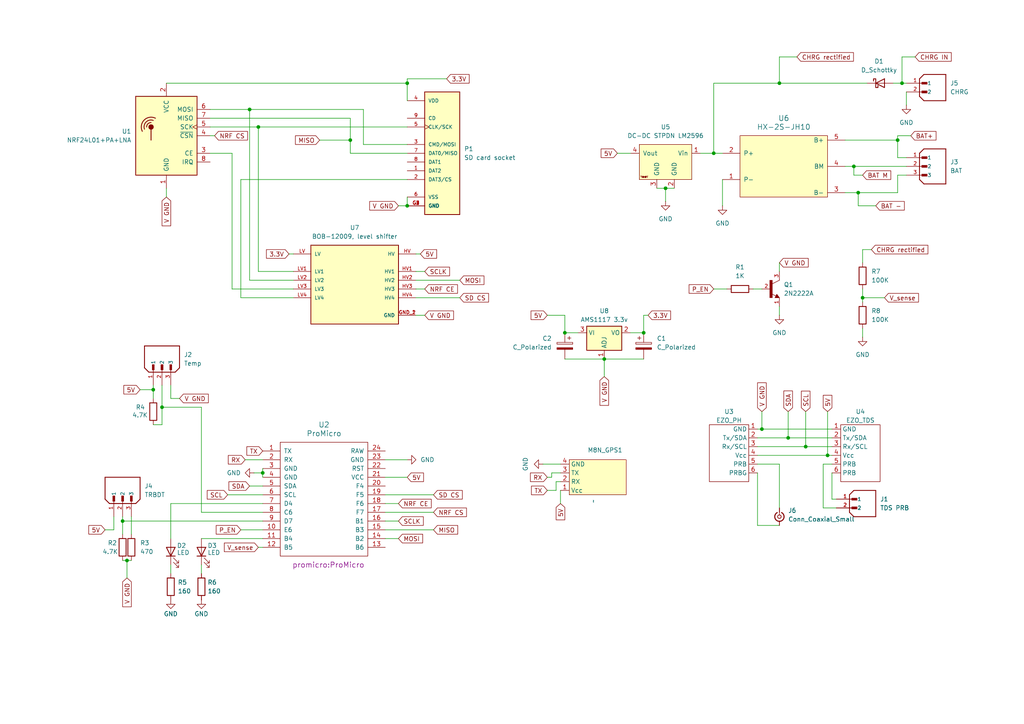
<source format=kicad_sch>
(kicad_sch (version 20231120) (generator "eeschema") (generator_version "8.0")
  (paper "A4")
  (lib_symbols
    (symbol "2N2222A:2N2222A" (pin_names (offset 1.016))
      (property "Reference" "Q" (at -10.16 7.62 0))
      (property "Value" "2N2222A" (at -10.16 -7.62 0))
      (symbol "2N2222A_0_0"
        (rectangle (start -0.254 -2.54) (end 0.508 2.54) (stroke (width 0.1)) (fill (type outline)))
        (polyline (pts (xy 1.54 -2.04) (xy 0.308 -1.424)) (stroke (width 0.1524)))
        (polyline (pts (xy 2.54 2.54) (xy 0.508 1.524)) (stroke (width 0.1524)))
        (polyline (pts (xy 1.27 -2.54) (xy 1.778 -1.524) (xy 2.54 -2.54) (xy 1.27 -2.54)) (stroke (width 0.1524)) (fill (type outline)))
        (pin passive line (at 2.54 -5.08 90) (length 2.54) (name "~") (number "1"))
        (pin passive line (at -2.54 0 0) (length 2.54) (name "~") (number "2"))
        (pin passive line (at 2.54 5.08 270) (length 2.54) (name "~") (number "3"))
      )
    )
    (symbol "B2B-XH-A_LF__SN_:B2B-XH-A_LF__SN_" (pin_names (offset 1.016))
      (property "Reference" "J" (at -2.54 6.35 0))
      (property "Value" "B2B-XH-A_LF__SN_" (at -2.54 -5.08 0))
      (symbol "B2B-XH-A_LF__SN__0_0"
        (rectangle (start -3.175 -0.3175) (end -1.5875 0.3175) (stroke (width 0.1)) (fill (type outline)))
        (rectangle (start -3.175 2.2225) (end -1.5875 2.8575) (stroke (width 0.1)) (fill (type outline)))
        (polyline (pts (xy -3.81 -1.27) (xy -2.54 -2.54)) (stroke (width 0.254)))
        (polyline (pts (xy -3.81 3.81) (xy -3.81 -1.27)) (stroke (width 0.254)))
        (polyline (pts (xy -3.81 3.81) (xy -2.54 5.08)) (stroke (width 0.254)))
        (polyline (pts (xy -2.54 -2.54) (xy 3.81 -2.54)) (stroke (width 0.254)))
        (polyline (pts (xy 3.81 -2.54) (xy 3.81 5.08)) (stroke (width 0.254)))
        (polyline (pts (xy 3.81 5.08) (xy -2.54 5.08)) (stroke (width 0.254)))
        (pin passive line (at -7.62 2.54 0) (length 5.08) (name "1") (number "1"))
        (pin passive line (at -7.62 0 0) (length 5.08) (name "2") (number "2"))
      )
    )
    (symbol "Connector:Conn_Coaxial_Small" (pin_numbers hide) (pin_names (offset 1.016) hide)
      (property "Reference" "J" (at 0.254 3.048 0))
      (property "Value" "Conn_Coaxial_Small" (at 0 -3.81 0))
      (symbol "Conn_Coaxial_Small_0_1"
        (polyline (pts (xy -2.54 0) (xy -0.508 0)))
        (circle (center 0 0) (radius 0.508) (stroke (width 0.2032)))
      )
      (symbol "Conn_Coaxial_Small_1_1"
        (arc (start -1.1916 -0.6311) (mid 0.327 -1.3081) (end 1.3484 0.0039) (stroke (width 0.3048)))
        (arc (start 1.3484 -0.0039) (mid 0.327 1.3081) (end -1.1916 0.6311) (stroke (width 0.3048)))
        (pin passive line (at -2.54 0 0) (length 1.27) (name "In") (number "1"))
        (pin passive line (at 2.54 0 180) (length 1.27) (name "Ext") (number "2"))
      )
    )
    (symbol "Custom Libraries:Ublox_Neo_M8N_GPS"
      (property "Reference" "M8N_GPS" (at 6.604 8.636 0))
      (symbol "Ublox_Neo_M8N_GPS_1_1"
        (rectangle (start 11.43 6.35) (end 1.27 -10.16) (fill (type background)))
        (pin power_in line (at 10.16 -12.7 90) (length 2.54) (name "Vcc") (number "1"))
        (pin input line (at 7.62 -12.7 90) (length 2.54) (name "RX") (number "2"))
        (pin output line (at 5.08 -12.7 90) (length 2.54) (name "TX") (number "3"))
        (pin power_out line (at 2.54 -12.7 90) (length 2.54) (name "GND") (number "4"))
      )
    )
    (symbol "Device:C_Polarized" (pin_numbers hide) (pin_names (offset 0.254))
      (property "Reference" "C" (at 0.635 2.54 0))
      (property "Value" "C_Polarized" (at 0.635 -2.54 0))
      (symbol "C_Polarized_0_1"
        (rectangle (start -2.286 0.508) (end 2.286 1.016))
        (polyline (pts (xy -1.778 2.286) (xy -0.762 2.286)))
        (polyline (pts (xy -1.27 2.794) (xy -1.27 1.778)))
        (rectangle (start 2.286 -0.508) (end -2.286 -1.016) (fill (type outline)))
      )
      (symbol "C_Polarized_1_1"
        (pin passive line (at 0 3.81 270) (length 2.794) (name "~") (number "1"))
        (pin passive line (at 0 -3.81 90) (length 2.794) (name "~") (number "2"))
      )
    )
    (symbol "Device:D_Schottky" (pin_numbers hide) (pin_names (offset 1.016) hide)
      (property "Reference" "D" (at 0 2.54 0))
      (property "Value" "D_Schottky" (at 0 -2.54 0))
      (symbol "D_Schottky_0_1"
        (polyline (pts (xy 1.27 0) (xy -1.27 0)))
        (polyline (pts (xy 1.27 1.27) (xy 1.27 -1.27) (xy -1.27 0) (xy 1.27 1.27)) (stroke (width 0.254)))
        (polyline (pts (xy -1.905 0.635) (xy -1.905 1.27) (xy -1.27 1.27) (xy -1.27 -1.27) (xy -0.635 -1.27) (xy -0.635 -0.635)) (stroke (width 0.254)))
      )
      (symbol "D_Schottky_1_1"
        (pin passive line (at -3.81 0 0) (length 2.54) (name "K") (number "1"))
        (pin passive line (at 3.81 0 180) (length 2.54) (name "A") (number "2"))
      )
    )
    (symbol "Device:LED" (pin_numbers hide) (pin_names (offset 1.016) hide)
      (property "Reference" "D" (at 0 2.54 0))
      (property "Value" "LED" (at 0 -2.54 0))
      (symbol "LED_0_1"
        (polyline (pts (xy -1.27 -1.27) (xy -1.27 1.27)) (stroke (width 0.254)))
        (polyline (pts (xy -1.27 0) (xy 1.27 0)))
        (polyline (pts (xy 1.27 -1.27) (xy 1.27 1.27) (xy -1.27 0) (xy 1.27 -1.27)) (stroke (width 0.254)))
        (polyline (pts (xy -3.048 -0.762) (xy -4.572 -2.286) (xy -3.81 -2.286) (xy -4.572 -2.286) (xy -4.572 -1.524)))
        (polyline (pts (xy -1.778 -0.762) (xy -3.302 -2.286) (xy -2.54 -2.286) (xy -3.302 -2.286) (xy -3.302 -1.524)))
      )
      (symbol "LED_1_1"
        (pin passive line (at -3.81 0 0) (length 2.54) (name "K") (number "1"))
        (pin passive line (at 3.81 0 180) (length 2.54) (name "A") (number "2"))
      )
    )
    (symbol "Device:R" (pin_numbers hide) (pin_names (offset 0))
      (property "Reference" "R" (at 2.032 0 90))
      (property "Value" "R" (at 0 0 90))
      (symbol "R_0_1"
        (rectangle (start -1.016 -2.54) (end 1.016 2.54) (stroke (width 0.254)))
      )
      (symbol "R_1_1"
        (pin passive line (at 0 3.81 270) (length 1.27) (name "~") (number "1"))
        (pin passive line (at 0 -3.81 90) (length 1.27) (name "~") (number "2"))
      )
    )
    (symbol "EZO_PH_1"
      (property "Reference" "U4" (at -3.175 6.35 0))
      (property "Value" "EZO_TDS" (at -3.175 3.81 0))
      (symbol "EZO_PH_1_0_1"
        (rectangle (start -8.89 2.54) (end 2.54 -13.97))
      )
      (symbol "EZO_PH_1_1_1"
        (pin input line (at 5.08 1.27 180) (length 2.54) (name "GND") (number "1"))
        (pin input line (at 5.08 -1.27 180) (length 2.54) (name "Tx/SDA") (number "2"))
        (pin input line (at 5.08 -3.81 180) (length 2.54) (name "Rx/SCL") (number "3"))
        (pin input line (at 5.08 -6.35 180) (length 2.54) (name "Vcc") (number "4"))
        (pin input line (at 5.08 -8.89 180) (length 2.54) (name "PRB") (number "5"))
        (pin input line (at 5.08 -11.43 180) (length 2.54) (name "PRB") (number "6"))
      )
    )
    (symbol "EZO_custom libraries:EZO_PH"
      (property "Reference" "U3" (at -3.175 6.35 0))
      (property "Value" "EZO_PH" (at -3.175 3.81 0))
      (symbol "EZO_PH_0_1"
        (rectangle (start -8.89 2.54) (end 2.54 -13.97))
      )
      (symbol "EZO_PH_1_1"
        (pin input line (at 5.08 1.27 180) (length 2.54) (name "GND") (number "1"))
        (pin input line (at 5.08 -1.27 180) (length 2.54) (name "Tx/SDA") (number "2"))
        (pin input line (at 5.08 -3.81 180) (length 2.54) (name "Rx/SCL") (number "3"))
        (pin input line (at 5.08 -6.35 180) (length 2.54) (name "Vcc") (number "4"))
        (pin input line (at 5.08 -8.89 180) (length 2.54) (name "PRB") (number "5"))
        (pin input line (at 5.08 -11.43 180) (length 2.54) (name "PRBG") (number "6"))
      )
    )
    (symbol "Logic_level_shifter:BOB-12009" (pin_names (offset 1.016))
      (property "Reference" "U" (at -12.7 11.43 0))
      (property "Value" "BOB-12009" (at -12.7 -15.24 0))
      (symbol "BOB-12009_0_0"
        (rectangle (start -12.7 -12.7) (end 12.7 10.16) (stroke (width 0.254)) (fill (type background)))
        (pin power_in line (at 17.78 -10.16 180) (length 5.08) (name "GND") (number "GND_1"))
        (pin power_in line (at 17.78 -10.16 180) (length 5.08) (name "GND") (number "GND_2"))
        (pin bidirectional line (at 17.78 7.62 180) (length 5.08) (name "HV") (number "HV"))
        (pin bidirectional line (at 17.78 2.54 180) (length 5.08) (name "HV1") (number "HV1"))
        (pin bidirectional line (at 17.78 0 180) (length 5.08) (name "HV2") (number "HV2"))
        (pin bidirectional line (at 17.78 -2.54 180) (length 5.08) (name "HV3") (number "HV3"))
        (pin bidirectional line (at 17.78 -5.08 180) (length 5.08) (name "HV4") (number "HV4"))
        (pin bidirectional line (at -17.78 7.62 0) (length 5.08) (name "LV") (number "LV"))
        (pin bidirectional line (at -17.78 2.54 0) (length 5.08) (name "LV1") (number "LV1"))
        (pin bidirectional line (at -17.78 0 0) (length 5.08) (name "LV2") (number "LV2"))
        (pin bidirectional line (at -17.78 -2.54 0) (length 5.08) (name "LV3") (number "LV3"))
        (pin bidirectional line (at -17.78 -5.08 0) (length 5.08) (name "LV4") (number "LV4"))
      )
    )
    (symbol "RF:NRF24L01_Breakout" (pin_names (offset 1.016))
      (property "Reference" "U" (at -8.89 12.7 0))
      (property "Value" "NRF24L01_Breakout" (at 3.81 12.7 0))
      (symbol "NRF24L01_Breakout_0_1"
        (rectangle (start -8.89 11.43) (end 8.89 -11.43) (stroke (width 0.254)) (fill (type background)))
        (polyline (pts (xy 4.445 1.905) (xy 4.445 -1.27)) (stroke (width 0.254)))
        (circle (center 4.445 2.54) (radius 0.635) (stroke (width 0.254)) (fill (type outline)))
        (arc (start 5.715 2.54) (mid 5.3521 3.4546) (end 4.445 3.81) (stroke (width 0.254)))
        (arc (start 6.35 1.905) (mid 5.8763 3.9854) (end 3.81 4.445) (stroke (width 0.254)))
        (arc (start 6.985 1.27) (mid 6.453 4.548) (end 3.175 5.08) (stroke (width 0.254)))
      )
      (symbol "NRF24L01_Breakout_1_1"
        (pin power_in line (at 0 -15.24 90) (length 3.81) (name "GND") (number "1"))
        (pin power_in line (at 0 15.24 270) (length 3.81) (name "VCC") (number "2"))
        (pin input line (at -12.7 -5.08 0) (length 3.81) (name "CE") (number "3"))
        (pin input line (at -12.7 0 0) (length 3.81) (name "~{CSN}") (number "4"))
        (pin input clock (at -12.7 2.54 0) (length 3.81) (name "SCK") (number "5"))
        (pin input line (at -12.7 7.62 0) (length 3.81) (name "MOSI") (number "6"))
        (pin output line (at -12.7 5.08 0) (length 3.81) (name "MISO") (number "7"))
        (pin output line (at -12.7 -7.62 0) (length 3.81) (name "IRQ") (number "8"))
      )
    )
    (symbol "Regulator_Linear:AMS1117"
      (property "Reference" "U" (at -3.81 3.175 0))
      (property "Value" "AMS1117" (at 0 3.175 0))
      (symbol "AMS1117_0_1"
        (rectangle (start -5.08 -5.08) (end 5.08 1.905) (stroke (width 0.254)) (fill (type background)))
      )
      (symbol "AMS1117_1_1"
        (pin input line (at 0 -7.62 90) (length 2.54) (name "ADJ") (number "1"))
        (pin power_out line (at 7.62 0 180) (length 2.54) (name "VO") (number "2"))
        (pin power_in line (at -7.62 0 0) (length 2.54) (name "VI") (number "3"))
      )
    )
    (symbol "ST-TF-003A:ST-TF-003A" (pin_names (offset 1.016))
      (property "Reference" "P1" (at 11.43 1.2701 0))
      (property "Value" "SD card socket" (at 11.43 -1.2699 0))
      (symbol "ST-TF-003A_0_0"
        (rectangle (start 0 -17.78) (end 10.16 17.78) (stroke (width 0.254)) (fill (type background)))
        (pin bidirectional line (at -5.08 -5.08 0) (length 5.08) (name "DAT2") (number "1"))
        (pin power_in line (at -5.08 15.24 0) (length 5.08) (name "VDD") (number "4"))
        (pin passive line (at -5.08 -12.7 0) (length 5.08) (name "VSS") (number "6"))
        (pin bidirectional line (at -5.08 -2.54 0) (length 5.08) (name "DAT1") (number "8"))
        (pin input line (at -5.08 10.16 0) (length 5.08) (name "CD") (number "9"))
        (pin passive line (at -5.08 -15.24 0) (length 5.08) (name "GND") (number "G3"))
        (pin passive line (at -5.08 -15.24 0) (length 5.08) (name "GND") (number "G4"))
      )
      (symbol "ST-TF-003A_1_0"
        (pin bidirectional line (at -5.08 -7.62 0) (length 5.08) (name "DAT3/CS") (number "2"))
        (pin bidirectional line (at -5.08 2.54 0) (length 5.08) (name "CMD/MOSI") (number "3"))
        (pin input clock (at -5.08 7.62 0) (length 5.08) (name "CLK/SCK") (number "5"))
        (pin bidirectional line (at -5.08 0 0) (length 5.08) (name "DAT0/MISO") (number "7"))
        (pin passive line (at -5.08 -15.24 0) (length 5.08) (name "GND") (number "G1"))
        (pin passive line (at -5.08 -15.24 0) (length 5.08) (name "GND") (number "G2"))
      )
    )
    (symbol "XH2.54:B3B-XH-A_LF__SN_" (pin_names (offset 1.016))
      (property "Reference" "J" (at -2.54 6.35 0))
      (property "Value" "B3B-XH-A_LF__SN_" (at -2.54 -7.62 0))
      (symbol "B3B-XH-A_LF__SN__0_0"
        (rectangle (start -3.175 -2.8575) (end -1.5875 -2.2225) (stroke (width 0.1)) (fill (type outline)))
        (rectangle (start -3.175 -0.3175) (end -1.5875 0.3175) (stroke (width 0.1)) (fill (type outline)))
        (rectangle (start -3.175 2.2225) (end -1.5875 2.8575) (stroke (width 0.1)) (fill (type outline)))
        (polyline (pts (xy -3.81 -3.81) (xy -2.54 -5.08)) (stroke (width 0.254)))
        (polyline (pts (xy -3.81 3.81) (xy -3.81 -3.81)) (stroke (width 0.254)))
        (polyline (pts (xy -3.81 3.81) (xy -2.54 5.08)) (stroke (width 0.254)))
        (polyline (pts (xy -2.54 -5.08) (xy 3.81 -5.08)) (stroke (width 0.254)))
        (polyline (pts (xy 3.81 -5.08) (xy 3.81 5.08)) (stroke (width 0.254)))
        (polyline (pts (xy 3.81 5.08) (xy -2.54 5.08)) (stroke (width 0.254)))
        (pin passive line (at -7.62 2.54 0) (length 5.08) (name "1") (number "1"))
        (pin passive line (at -7.62 0 0) (length 5.08) (name "2") (number "2"))
        (pin passive line (at -7.62 -2.54 0) (length 5.08) (name "3") (number "3"))
      )
    )
    (symbol "megasaturnv_custom_components:HX-2S-JH10" (pin_names (offset 1.016))
      (property "Reference" "U" (at 0 -1.27 0))
      (property "Value" "HX-2S-JH10" (at 0 1.27 0))
      (symbol "HX-2S-JH10_0_1"
        (rectangle (start -12.7 8.89) (end 12.7 -8.89) (fill (type background)))
      )
      (symbol "HX-2S-JH10_1_1"
        (pin power_out line (at -17.78 -3.81 0) (length 5.08) (name "P-") (number "1"))
        (pin power_in line (at -17.78 3.81 0) (length 5.08) (name "P+") (number "2"))
        (pin power_out line (at 17.78 -7.62 180) (length 5.08) (name "B-") (number "3"))
        (pin power_in line (at 17.78 0 180) (length 5.08) (name "BM") (number "4"))
        (pin power_in line (at 17.78 7.62 180) (length 5.08) (name "B+") (number "5"))
      )
    )
    (symbol "power:GND" (power) (pin_numbers hide) (pin_names (offset 0) hide)
      (property "Value" "GND" (at 0 -3.81 0))
      (symbol "GND_0_1"
        (polyline (pts (xy 0 0) (xy 0 -1.27) (xy 1.27 -1.27) (xy 0 -2.54) (xy -1.27 -1.27) (xy 0 -1.27)))
      )
      (symbol "GND_1_1"
        (pin power_in line (at 0 0 270) (length 0) (name "~") (number "1"))
      )
    )
    (symbol "promicro:ProMicro" (pin_names (offset 1.016))
      (property "Reference" "U" (at 0 24.13 0))
      (property "Value" "ProMicro" (at 0 -13.97 0))
      (symbol "ProMicro_0_1"
        (rectangle (start -12.7 21.59) (end 12.7 -11.43))
      )
      (symbol "ProMicro_1_1"
        (pin bidirectional line (at -17.78 19.05 0) (length 5.08) (name "TX") (number "1"))
        (pin bidirectional line (at -17.78 -3.81 0) (length 5.08) (name "E6") (number "10"))
        (pin bidirectional line (at -17.78 -6.35 0) (length 5.08) (name "B4") (number "11"))
        (pin bidirectional line (at -17.78 -8.89 0) (length 5.08) (name "B5") (number "12"))
        (pin bidirectional line (at 17.78 -8.89 180) (length 5.08) (name "B6") (number "13"))
        (pin bidirectional line (at 17.78 -6.35 180) (length 5.08) (name "B2") (number "14"))
        (pin bidirectional line (at 17.78 -3.81 180) (length 5.08) (name "B3") (number "15"))
        (pin bidirectional line (at 17.78 -1.27 180) (length 5.08) (name "B1") (number "16"))
        (pin bidirectional line (at 17.78 1.27 180) (length 5.08) (name "F7") (number "17"))
        (pin bidirectional line (at 17.78 3.81 180) (length 5.08) (name "F6") (number "18"))
        (pin bidirectional line (at 17.78 6.35 180) (length 5.08) (name "F5") (number "19"))
        (pin bidirectional line (at -17.78 16.51 0) (length 5.08) (name "RX") (number "2"))
        (pin bidirectional line (at 17.78 8.89 180) (length 5.08) (name "F4") (number "20"))
        (pin power_in line (at 17.78 11.43 180) (length 5.08) (name "VCC") (number "21"))
        (pin input line (at 17.78 13.97 180) (length 5.08) (name "RST") (number "22"))
        (pin power_in line (at 17.78 16.51 180) (length 5.08) (name "GND") (number "23"))
        (pin power_out line (at 17.78 19.05 180) (length 5.08) (name "RAW") (number "24"))
        (pin power_in line (at -17.78 13.97 0) (length 5.08) (name "GND") (number "3"))
        (pin power_in line (at -17.78 11.43 0) (length 5.08) (name "GND") (number "4"))
        (pin bidirectional line (at -17.78 8.89 0) (length 5.08) (name "SDA") (number "5"))
        (pin bidirectional line (at -17.78 6.35 0) (length 5.08) (name "SCL") (number "6"))
        (pin bidirectional line (at -17.78 3.81 0) (length 5.08) (name "D4") (number "7"))
        (pin bidirectional line (at -17.78 1.27 0) (length 5.08) (name "C6") (number "8"))
        (pin bidirectional line (at -17.78 -1.27 0) (length 5.08) (name "D7") (number "9"))
      )
    )
    (symbol "yaaj_dcdc_stepdown_lm2596:YAAJ_DCDC_StepDown_LM2596" (pin_names (offset 1.016))
      (property "Reference" "U" (at -5.08 6.35 0))
      (property "Value" "YAAJ_DCDC_StepDown_LM2596" (at 0 11.43 0))
      (symbol "YAAJ_DCDC_StepDown_LM2596_0_1"
        (rectangle (start -7.62 5.08) (end 7.62 -5.08) (fill (type background)))
      )
      (symbol "YAAJ_DCDC_StepDown_LM2596_1_1"
        (text "Y@@V" (at 6.1976 -4.2672 0) (effects (font (size 0.508 0.508))))
        (pin power_in line (at -10.16 2.54 0) (length 2.54) (name "Vin") (number "1"))
        (pin power_in line (at -2.54 -7.62 90) (length 2.54) (name "GND") (number "2"))
        (pin power_in line (at 2.54 -7.62 90) (length 2.54) (name "GND") (number "3"))
        (pin power_out line (at 10.16 2.54 180) (length 2.54) (name "Vout") (number "4"))
      )
    )
  )
  (junction (at 76.2 137.16))
  (junction (at 44.45 113.03))
  (junction (at 207.01 44.45))
  (junction (at 240.03 132.08))
  (junction (at 36.83 162.56))
  (junction (at 260.35 40.64))
  (junction (at 118.11 59.69))
  (junction (at 163.83 96.52))
  (junction (at 233.68 129.54))
  (junction (at 101.6 40.64))
  (junction (at 35.56 151.13))
  (junction (at 193.04 54.61))
  (junction (at 228.6 127))
  (junction (at 226.06 24.13))
  (junction (at 220.98 124.46))
  (junction (at 74.93 36.83))
  (junction (at 118.11 24.13))
  (junction (at 186.69 96.52))
  (junction (at 261.62 24.13))
  (junction (at 46.99 118.11))
  (junction (at 247.65 48.26))
  (junction (at 72.39 31.75))
  (junction (at 250.19 86.36))
  (junction (at 248.92 55.88))
  (junction (at 175.26 104.14))
  (wire (pts (xy 58.42 118.11) (xy 46.99 118.11)))
  (wire (pts (xy 58.42 148.59) (xy 58.42 118.11)))
  (wire (pts (xy 228.6 119.38) (xy 228.6 127)))
  (wire (pts (xy 67.31 83.82) (xy 85.09 83.82)))
  (wire (pts (xy 207.01 44.45) (xy 209.55 44.45)))
  (wire (pts (xy 220.98 119.38) (xy 220.98 124.46)))
  (wire (pts (xy 76.2 146.05) (xy 49.53 146.05)))
  (wire (pts (xy 44.45 111.76) (xy 44.45 113.03)))
  (wire (pts (xy 190.5 54.61) (xy 193.04 54.61)))
  (wire (pts (xy 36.83 162.56) (xy 38.1 162.56)))
  (wire (pts (xy 161.29 139.7) (xy 161.29 142.24)))
  (wire (pts (xy 226.06 134.62) (xy 226.06 147.32)))
  (wire (pts (xy 72.39 81.28) (xy 72.39 31.75)))
  (wire (pts (xy 161.29 142.24) (xy 158.75 142.24)))
  (wire (pts (xy 219.71 127) (xy 228.6 127)))
  (wire (pts (xy 259.08 24.13) (xy 261.62 24.13)))
  (wire (pts (xy 74.93 158.75) (xy 76.2 158.75)))
  (wire (pts (xy 76.2 137.16) (xy 76.2 138.43)))
  (wire (pts (xy 33.02 149.86) (xy 33.02 153.67)))
  (wire (pts (xy 44.45 123.19) (xy 46.99 123.19)))
  (wire (pts (xy 101.6 44.45) (xy 118.11 44.45)))
  (wire (pts (xy 238.76 147.32) (xy 238.76 134.62)))
  (wire (pts (xy 219.71 137.16) (xy 219.71 152.4)))
  (wire (pts (xy 226.06 16.51) (xy 226.06 24.13)))
  (wire (pts (xy 111.76 133.35) (xy 118.11 133.35)))
  (wire (pts (xy 207.01 24.13) (xy 207.01 44.45)))
  (wire (pts (xy 260.35 40.64) (xy 245.11 40.64)))
  (wire (pts (xy 85.09 78.74) (xy 74.93 78.74)))
  (wire (pts (xy 163.83 96.52) (xy 167.64 96.52)))
  (wire (pts (xy 35.56 149.86) (xy 35.56 151.13)))
  (wire (pts (xy 219.71 129.54) (xy 233.68 129.54)))
  (wire (pts (xy 260.35 39.37) (xy 260.35 40.64)))
  (wire (pts (xy 74.93 36.83) (xy 118.11 36.83)))
  (wire (pts (xy 118.11 57.15) (xy 118.11 59.69)))
  (wire (pts (xy 233.68 129.54) (xy 241.3 129.54)))
  (wire (pts (xy 250.19 83.82) (xy 250.19 86.36)))
  (wire (pts (xy 48.26 54.61) (xy 48.26 57.15)))
  (wire (pts (xy 118.11 22.86) (xy 118.11 24.13)))
  (wire (pts (xy 261.62 16.51) (xy 261.62 24.13)))
  (wire (pts (xy 101.6 34.29) (xy 101.6 40.64)))
  (wire (pts (xy 60.96 34.29) (xy 101.6 34.29)))
  (wire (pts (xy 218.44 83.82) (xy 220.98 83.82)))
  (wire (pts (xy 36.83 162.56) (xy 36.83 167.64)))
  (wire (pts (xy 120.65 86.36) (xy 133.35 86.36)))
  (wire (pts (xy 67.31 44.45) (xy 67.31 83.82)))
  (wire (pts (xy 92.71 40.64) (xy 101.6 40.64)))
  (wire (pts (xy 240.03 119.38) (xy 240.03 132.08)))
  (wire (pts (xy 179.07 44.45) (xy 182.88 44.45)))
  (wire (pts (xy 44.45 113.03) (xy 44.45 115.57)))
  (wire (pts (xy 49.53 111.76) (xy 49.53 115.57)))
  (wire (pts (xy 219.71 132.08) (xy 240.03 132.08)))
  (wire (pts (xy 226.06 24.13) (xy 207.01 24.13)))
  (wire (pts (xy 111.76 146.05) (xy 115.57 146.05)))
  (wire (pts (xy 163.83 91.44) (xy 163.83 96.52)))
  (wire (pts (xy 162.56 139.7) (xy 161.29 139.7)))
  (wire (pts (xy 111.76 156.21) (xy 115.57 156.21)))
  (wire (pts (xy 260.35 55.88) (xy 248.92 55.88)))
  (wire (pts (xy 209.55 52.07) (xy 209.55 59.69)))
  (wire (pts (xy 111.76 143.51) (xy 125.73 143.51)))
  (wire (pts (xy 120.65 81.28) (xy 133.35 81.28)))
  (wire (pts (xy 48.26 24.13) (xy 118.11 24.13)))
  (wire (pts (xy 69.85 52.07) (xy 69.85 86.36)))
  (wire (pts (xy 49.53 163.83) (xy 49.53 166.37)))
  (wire (pts (xy 162.56 134.62) (xy 157.48 134.62)))
  (wire (pts (xy 186.69 91.44) (xy 186.69 96.52)))
  (wire (pts (xy 72.39 31.75) (xy 60.96 31.75)))
  (wire (pts (xy 241.3 137.16) (xy 241.3 144.78)))
  (wire (pts (xy 193.04 54.61) (xy 193.04 58.42)))
  (wire (pts (xy 60.96 44.45) (xy 67.31 44.45)))
  (wire (pts (xy 251.46 24.13) (xy 226.06 24.13)))
  (wire (pts (xy 233.68 119.38) (xy 233.68 129.54)))
  (wire (pts (xy 120.65 78.74) (xy 123.19 78.74)))
  (wire (pts (xy 182.88 96.52) (xy 186.69 96.52)))
  (wire (pts (xy 71.12 133.35) (xy 76.2 133.35)))
  (wire (pts (xy 247.65 50.8) (xy 247.65 48.26)))
  (wire (pts (xy 260.35 45.72) (xy 260.35 40.64)))
  (wire (pts (xy 120.65 73.66) (xy 121.92 73.66)))
  (wire (pts (xy 60.96 39.37) (xy 62.23 39.37)))
  (wire (pts (xy 76.2 148.59) (xy 58.42 148.59)))
  (wire (pts (xy 248.92 55.88) (xy 245.11 55.88)))
  (wire (pts (xy 58.42 156.21) (xy 76.2 156.21)))
  (wire (pts (xy 46.99 123.19) (xy 46.99 118.11)))
  (wire (pts (xy 101.6 40.64) (xy 101.6 44.45)))
  (wire (pts (xy 72.39 140.97) (xy 76.2 140.97)))
  (wire (pts (xy 250.19 86.36) (xy 250.19 87.63)))
  (wire (pts (xy 226.06 76.2) (xy 226.06 78.74)))
  (wire (pts (xy 175.26 104.14) (xy 175.26 109.22)))
  (wire (pts (xy 228.6 127) (xy 241.3 127)))
  (wire (pts (xy 219.71 152.4) (xy 226.06 152.4)))
  (wire (pts (xy 46.99 118.11) (xy 46.99 111.76)))
  (wire (pts (xy 120.65 91.44) (xy 123.19 91.44)))
  (wire (pts (xy 238.76 134.62) (xy 241.3 134.62)))
  (wire (pts (xy 49.53 115.57) (xy 52.07 115.57)))
  (wire (pts (xy 105.41 31.75) (xy 72.39 31.75)))
  (wire (pts (xy 207.01 83.82) (xy 210.82 83.82)))
  (wire (pts (xy 118.11 52.07) (xy 69.85 52.07)))
  (wire (pts (xy 261.62 24.13) (xy 262.89 24.13)))
  (wire (pts (xy 245.11 48.26) (xy 247.65 48.26)))
  (wire (pts (xy 193.04 54.61) (xy 195.58 54.61)))
  (wire (pts (xy 264.16 39.37) (xy 260.35 39.37)))
  (wire (pts (xy 162.56 137.16) (xy 160.02 137.16)))
  (wire (pts (xy 240.03 132.08) (xy 241.3 132.08)))
  (wire (pts (xy 163.83 104.14) (xy 175.26 104.14)))
  (wire (pts (xy 250.19 72.39) (xy 250.19 76.2)))
  (wire (pts (xy 262.89 45.72) (xy 260.35 45.72)))
  (wire (pts (xy 254 59.69) (xy 248.92 59.69)))
  (wire (pts (xy 175.26 104.14) (xy 186.69 104.14)))
  (wire (pts (xy 76.2 135.89) (xy 76.2 137.16)))
  (wire (pts (xy 250.19 95.25) (xy 250.19 97.79)))
  (wire (pts (xy 83.82 73.66) (xy 85.09 73.66)))
  (wire (pts (xy 203.2 44.45) (xy 207.01 44.45)))
  (wire (pts (xy 158.75 91.44) (xy 163.83 91.44)))
  (wire (pts (xy 219.71 124.46) (xy 220.98 124.46)))
  (wire (pts (xy 73.66 137.16) (xy 76.2 137.16)))
  (wire (pts (xy 247.65 48.26) (xy 262.89 48.26)))
  (wire (pts (xy 118.11 41.91) (xy 105.41 41.91)))
  (wire (pts (xy 69.85 153.67) (xy 76.2 153.67)))
  (wire (pts (xy 35.56 151.13) (xy 35.56 154.94)))
  (wire (pts (xy 74.93 78.74) (xy 74.93 36.83)))
  (wire (pts (xy 260.35 50.8) (xy 262.89 50.8)))
  (wire (pts (xy 35.56 162.56) (xy 36.83 162.56)))
  (wire (pts (xy 69.85 86.36) (xy 85.09 86.36)))
  (wire (pts (xy 160.02 137.16) (xy 160.02 138.43)))
  (wire (pts (xy 35.56 151.13) (xy 76.2 151.13)))
  (wire (pts (xy 38.1 149.86) (xy 38.1 154.94)))
  (wire (pts (xy 85.09 81.28) (xy 72.39 81.28)))
  (wire (pts (xy 162.56 142.24) (xy 162.56 146.05)))
  (wire (pts (xy 115.57 151.13) (xy 111.76 151.13)))
  (wire (pts (xy 262.89 26.67) (xy 262.89 30.48)))
  (wire (pts (xy 105.41 41.91) (xy 105.41 31.75)))
  (wire (pts (xy 111.76 153.67) (xy 125.73 153.67)))
  (wire (pts (xy 129.54 22.86) (xy 118.11 22.86)))
  (wire (pts (xy 60.96 36.83) (xy 74.93 36.83)))
  (wire (pts (xy 160.02 138.43) (xy 158.75 138.43)))
  (wire (pts (xy 231.14 16.51) (xy 226.06 16.51)))
  (wire (pts (xy 252.73 72.39) (xy 250.19 72.39)))
  (wire (pts (xy 250.19 50.8) (xy 247.65 50.8)))
  (wire (pts (xy 58.42 163.83) (xy 58.42 166.37)))
  (wire (pts (xy 241.3 144.78) (xy 242.57 144.78)))
  (wire (pts (xy 219.71 134.62) (xy 226.06 134.62)))
  (wire (pts (xy 111.76 148.59) (xy 125.73 148.59)))
  (wire (pts (xy 265.43 16.51) (xy 261.62 16.51)))
  (wire (pts (xy 49.53 146.05) (xy 49.53 156.21)))
  (wire (pts (xy 33.02 153.67) (xy 30.48 153.67)))
  (wire (pts (xy 260.35 55.88) (xy 260.35 50.8)))
  (wire (pts (xy 248.92 59.69) (xy 248.92 55.88)))
  (wire (pts (xy 111.76 138.43) (xy 118.11 138.43)))
  (wire (pts (xy 66.04 143.51) (xy 76.2 143.51)))
  (wire (pts (xy 120.65 83.82) (xy 123.19 83.82)))
  (wire (pts (xy 242.57 147.32) (xy 238.76 147.32)))
  (wire (pts (xy 187.96 91.44) (xy 186.69 91.44)))
  (wire (pts (xy 115.57 59.69) (xy 118.11 59.69)))
  (wire (pts (xy 220.98 124.46) (xy 241.3 124.46)))
  (wire (pts (xy 118.11 24.13) (xy 118.11 29.21)))
  (wire (pts (xy 250.19 86.36) (xy 256.54 86.36)))
  (wire (pts (xy 226.06 88.9) (xy 226.06 91.44)))
  (wire (pts (xy 40.64 113.03) (xy 44.45 113.03)))
  (global_label "BAT+" (shape input) (at 264.16 39.37 0) (property "Intersheetrefs" "${INTERSHEET_REFS}" (effects (hide yes))))
  (global_label "BAT -" (shape input) (at 254 59.69 0) (property "Intersheetrefs" "${INTERSHEET_REFS}" (effects (hide yes))))
  (global_label "V_sense" (shape input) (at 256.54 86.36 0) (property "Intersheetrefs" "${INTERSHEET_REFS}" (effects (hide yes))))
  (global_label "V_sense" (shape input) (at 74.93 158.75 180) (property "Intersheetrefs" "${INTERSHEET_REFS}" (effects (hide yes))))
  (global_label "V GND" (shape input) (at 36.83 167.64 270) (property "Intersheetrefs" "${INTERSHEET_REFS}" (effects (hide yes))))
  (global_label "SCL" (shape input) (at 66.04 143.51 180) (property "Intersheetrefs" "${INTERSHEET_REFS}" (effects (hide yes))))
  (global_label "RX" (shape input) (at 71.12 133.35 180) (property "Intersheetrefs" "${INTERSHEET_REFS}" (effects (hide yes))))
  (global_label "RX" (shape input) (at 158.75 138.43 180) (property "Intersheetrefs" "${INTERSHEET_REFS}" (effects (hide yes))))
  (global_label "CHRG rectified" (shape input) (at 231.14 16.51 0) (property "Intersheetrefs" "${INTERSHEET_REFS}" (effects (hide yes))))
  (global_label "SDA" (shape input) (at 72.39 140.97 180) (property "Intersheetrefs" "${INTERSHEET_REFS}" (effects (hide yes))))
  (global_label "5V" (shape input) (at 179.07 44.45 180) (property "Intersheetrefs" "${INTERSHEET_REFS}" (effects (hide yes))))
  (global_label "TX" (shape input) (at 76.2 130.81 180) (property "Intersheetrefs" "${INTERSHEET_REFS}" (effects (hide yes))))
  (global_label "MISO" (shape input) (at 125.73 153.67 0) (property "Intersheetrefs" "${INTERSHEET_REFS}" (effects (hide yes))))
  (global_label "SD CS" (shape input) (at 125.73 143.51 0) (property "Intersheetrefs" "${INTERSHEET_REFS}" (effects (hide yes))))
  (global_label "5V" (shape input) (at 118.11 138.43 0) (property "Intersheetrefs" "${INTERSHEET_REFS}" (effects (hide yes))))
  (global_label "TX" (shape input) (at 158.75 142.24 180) (property "Intersheetrefs" "${INTERSHEET_REFS}" (effects (hide yes))))
  (global_label "5V" (shape input) (at 240.03 119.38 90) (property "Intersheetrefs" "${INTERSHEET_REFS}" (effects (hide yes))))
  (global_label "MOSI" (shape input) (at 133.35 81.28 0) (property "Intersheetrefs" "${INTERSHEET_REFS}" (effects (hide yes))))
  (global_label "P_EN" (shape input) (at 69.85 153.67 180) (property "Intersheetrefs" "${INTERSHEET_REFS}" (effects (hide yes))))
  (global_label "V GND" (shape input) (at 175.26 109.22 270) (property "Intersheetrefs" "${INTERSHEET_REFS}" (effects (hide yes))))
  (global_label "MOSI" (shape input) (at 115.57 156.21 0) (property "Intersheetrefs" "${INTERSHEET_REFS}" (effects (hide yes))))
  (global_label "SD CS" (shape input) (at 133.35 86.36 0) (property "Intersheetrefs" "${INTERSHEET_REFS}" (effects (hide yes))))
  (global_label "5V" (shape input) (at 162.56 146.05 270) (property "Intersheetrefs" "${INTERSHEET_REFS}" (effects (hide yes))))
  (global_label "V GND" (shape input) (at 220.98 119.38 90) (property "Intersheetrefs" "${INTERSHEET_REFS}" (effects (hide yes))))
  (global_label "SCL" (shape input) (at 233.68 119.38 90) (property "Intersheetrefs" "${INTERSHEET_REFS}" (effects (hide yes))))
  (global_label "NRF CE" (shape input) (at 123.19 83.82 0) (property "Intersheetrefs" "${INTERSHEET_REFS}" (effects (hide yes))))
  (global_label "V GND" (shape input) (at 115.57 59.69 180) (property "Intersheetrefs" "${INTERSHEET_REFS}" (effects (hide yes))))
  (global_label "SCLK" (shape input) (at 115.57 151.13 0) (property "Intersheetrefs" "${INTERSHEET_REFS}" (effects (hide yes))))
  (global_label "V GND" (shape input) (at 226.06 76.2 0) (property "Intersheetrefs" "${INTERSHEET_REFS}" (effects (hide yes))))
  (global_label "V GND" (shape input) (at 52.07 115.57 0) (property "Intersheetrefs" "${INTERSHEET_REFS}" (effects (hide yes))))
  (global_label "MISO" (shape input) (at 92.71 40.64 180) (property "Intersheetrefs" "${INTERSHEET_REFS}" (effects (hide yes))))
  (global_label "BAT M" (shape input) (at 250.19 50.8 0) (property "Intersheetrefs" "${INTERSHEET_REFS}" (effects (hide yes))))
  (global_label "NRF CS" (shape input) (at 125.73 148.59 0) (property "Intersheetrefs" "${INTERSHEET_REFS}" (effects (hide yes))))
  (global_label "5V" (shape input) (at 158.75 91.44 180) (property "Intersheetrefs" "${INTERSHEET_REFS}" (effects (hide yes))))
  (global_label "CHRG rectified" (shape input) (at 252.73 72.39 0) (property "Intersheetrefs" "${INTERSHEET_REFS}" (effects (hide yes))))
  (global_label "P_EN" (shape input) (at 207.01 83.82 180) (property "Intersheetrefs" "${INTERSHEET_REFS}" (effects (hide yes))))
  (global_label "SCLK" (shape input) (at 123.19 78.74 0) (property "Intersheetrefs" "${INTERSHEET_REFS}" (effects (hide yes))))
  (global_label "V GND" (shape input) (at 48.26 57.15 270) (property "Intersheetrefs" "${INTERSHEET_REFS}" (effects (hide yes))))
  (global_label "V GND" (shape input) (at 123.19 91.44 0) (property "Intersheetrefs" "${INTERSHEET_REFS}" (effects (hide yes))))
  (global_label "NRF CS" (shape input) (at 62.23 39.37 0) (property "Intersheetrefs" "${INTERSHEET_REFS}" (effects (hide yes))))
  (global_label "CHRG IN" (shape input) (at 265.43 16.51 0) (property "Intersheetrefs" "${INTERSHEET_REFS}" (effects (hide yes))))
  (global_label "5V" (shape input) (at 30.48 153.67 180) (property "Intersheetrefs" "${INTERSHEET_REFS}" (effects (hide yes))))
  (global_label "5V" (shape input) (at 121.92 73.66 0) (property "Intersheetrefs" "${INTERSHEET_REFS}" (effects (hide yes))))
  (global_label "3.3V" (shape input) (at 83.82 73.66 180) (property "Intersheetrefs" "${INTERSHEET_REFS}" (effects (hide yes))))
  (global_label "3.3V" (shape input) (at 187.96 91.44 0) (property "Intersheetrefs" "${INTERSHEET_REFS}" (effects (hide yes))))
  (global_label "5V" (shape input) (at 40.64 113.03 180) (property "Intersheetrefs" "${INTERSHEET_REFS}" (effects (hide yes))))
  (global_label "SDA" (shape input) (at 228.6 119.38 90) (property "Intersheetrefs" "${INTERSHEET_REFS}" (effects (hide yes))))
  (global_label "NRF CE" (shape input) (at 115.57 146.05 0) (property "Intersheetrefs" "${INTERSHEET_REFS}" (effects (hide yes))))
  (global_label "3.3V" (shape input) (at 129.54 22.86 0) (property "Intersheetrefs" "${INTERSHEET_REFS}" (effects (hide yes))))
  (symbol (lib_id "power:GND") (at 157.48 134.62 270) (unit 1)
    (property "Reference" "#PWR07" (effects (hide yes)))
    (property "Value" "GND" (at 152.4 134.62 0))
    (property "Description" "Power symbol creates a global label with name \"GND\" , ground" (effects (hide yes)))
  )
  (symbol (lib_id "Logic_level_shifter:BOB-12009") (at 102.87 81.28 0) (unit 1)
    (property "Reference" "U7" (at 102.87 66.04 0))
    (property "Value" "BOB-12009, level shifter" (at 102.87 68.58 0))
    (property "Footprint" "Logic level shifter:Logic_level_shifter" (effects (hide yes)))
    (property "MF" "SparkFun" (effects (hide yes)))
    (property "MAXIMUM_PACKAGE_HEIGHT" "N/A" (effects (hide yes)))
    (property "Package" "None" (effects (hide yes)))
    (property "Price" "None" (effects (hide yes)))
    (property "Check_prices" "https://www.snapeda.com/parts/BOB-12009/SparkFun+Electronics/view-part/?ref=eda" (effects (hide yes)))
    (property "STANDARD" "Manufacturer Recommendations" (effects (hide yes)))
    (property "PARTREV" "01" (effects (hide yes)))
    (property "SnapEDA_Link" "https://www.snapeda.com/parts/BOB-12009/SparkFun+Electronics/view-part/?ref=snap" (effects (hide yes)))
    (property "MP" "BOB-12009" (effects (hide yes)))
    (property "Purchase-URL" "https://www.snapeda.com/api/url_track_click_mouser/?unipart_id=551764&manufacturer=SparkFun&part_name=BOB-12009&search_term=None" (effects (hide yes)))
    (property "Description_1" "\nBSS138 - Logic-Level Translator Interface Evaluation Board\n" (effects (hide yes)))
    (property "Availability" "In Stock" (effects (hide yes)))
    (property "MANUFACTURER" "SparkFun Electronics" (effects (hide yes)))
  )
  (symbol (lib_id "Device:R") (at 49.53 170.18 0) (unit 1)
    (property "Reference" "R5" (at 51.562 168.9099 0) (effects (justify left)))
    (property "Value" "160" (at 51.562 171.4499 0) (effects (justify left)))
    (property "Footprint" "Resistor_THT:R_Axial_DIN0204_L3.6mm_D1.6mm_P7.62mm_Horizontal" (effects (hide yes)))
    (property "Description" "Resistor" (effects (hide yes)))
  )
  (symbol (lib_id "Device:LED") (at 49.53 160.02 90) (unit 1)
    (property "Reference" "D2" (at 51.308 158.242 90) (effects (justify right)))
    (property "Value" "LED" (at 51.308 160.274 90) (effects (justify right)))
    (property "Footprint" "LED_THT:LED_D3.0mm" (effects (hide yes)))
    (property "Description" "Light emitting diode" (effects (hide yes)))
  )
  (symbol (lib_id "Device:R") (at 44.45 119.38 180) (unit 1)
    (property "Reference" "R4" (at 39.37 118.11 0) (effects (justify right)))
    (property "Value" "4.7K" (at 38.354 120.396 0) (effects (justify right)))
    (property "Footprint" "Resistor_THT:R_Axial_DIN0204_L3.6mm_D1.6mm_P5.08mm_Horizontal" (effects (hide yes)))
    (property "Description" "Resistor" (effects (hide yes)))
  )
  (symbol (lib_id "power:GND") (at 58.42 173.99 0) (unit 1)
    (property "Reference" "#PWR09" (effects (hide yes)))
    (property "Value" "GND" (at 58.42 178.054 0))
    (property "Description" "Power symbol creates a global label with name \"GND\" , ground" (effects (hide yes)))
  )
  (symbol (lib_id "megasaturnv_custom_components:HX-2S-JH10") (at 227.33 48.26 0) (unit 1)
    (property "Reference" "U6" (at 227.33 34.29 0) (effects (font (size 1.524 1.524))))
    (property "Value" "HX-2S-JH10" (at 227.33 36.83 0) (effects (font (size 1.524 1.524))))
    (property "Footprint" "megasaturnv_custom_components:HX-2S-JH10" (effects (hide yes)))
  )
  (symbol (lib_id "XH2.54:B3B-XH-A_LF__SN_") (at 46.99 104.14 90) (unit 1)
    (property "Reference" "J2" (at 53.34 102.8699 90) (effects (justify right)))
    (property "Value" "Temp" (at 53.34 105.4099 90) (effects (justify right)))
    (property "Footprint" "XH2.54:XH2.54" (effects (hide yes)))
    (property "MF" "JST Sales" (effects (hide yes)))
    (property "MAXIMUM_PACKAGE_HEIGHT" "7.00 mm" (effects (hide yes)))
    (property "Package" "None" (effects (hide yes)))
    (property "Price" "None" (effects (hide yes)))
    (property "Check_prices" "https://www.snapeda.com/parts/B3B-XH-A(LF)(SN)/JST+Sales+America+Inc./view-part/?ref=eda" (effects (hide yes)))
    (property "STANDARD" "Manufacturer Recommendations" (effects (hide yes)))
    (property "PARTREV" "7/4/21" (effects (hide yes)))
    (property "SnapEDA_Link" "https://www.snapeda.com/parts/B3B-XH-A(LF)(SN)/JST+Sales+America+Inc./view-part/?ref=snap" (effects (hide yes)))
    (property "MP" "B3B-XH-A(LF)(SN)" (effects (hide yes)))
    (property "Purchase-URL" "https://www.snapeda.com/api/url_track_click_mouser/?unipart_id=1692320&manufacturer=JST Sales&part_name=B3B-XH-A(LF)(SN)&search_term=None" (effects (hide yes)))
    (property "Description_1" "\nConnector Header Through Hole 3 position 0.098 (2.50mm)\n" (effects (hide yes)))
    (property "Availability" "In Stock" (effects (hide yes)))
    (property "MANUFACTURER" "JST Sales America Inc." (effects (hide yes)))
  )
  (symbol (lib_id "power:GND") (at 73.66 137.16 270) (unit 1)
    (property "Reference" "#PWR05" (effects (hide yes)))
    (property "Value" "GND" (at 69.85 137.1599 90) (effects (justify right)))
    (property "Description" "Power symbol creates a global label with name \"GND\" , ground" (effects (hide yes)))
  )
  (symbol (lib_id "B2B-XH-A_LF__SN_:B2B-XH-A_LF__SN_") (at 270.51 26.67 0) (unit 1)
    (property "Reference" "J5" (at 275.59 24.1299 0) (effects (justify left)))
    (property "Value" "CHRG" (at 275.59 26.6699 0) (effects (justify left)))
    (property "Footprint" "XH2.54 - 3pin:JST_B2B-XH-A_LF__SN_" (effects (hide yes)))
    (property "MF" "JST Sales America Inc." (effects (hide yes)))
    (property "MAXIMUM_PACKAGE_HEIGHT" "7 mm" (effects (hide yes)))
    (property "Package" "None" (effects (hide yes)))
    (property "Price" "None" (effects (hide yes)))
    (property "Check_prices" "https://www.snapeda.com/parts/B2B-XH-A(LF)(SN)/JST+Sales+America+Inc./view-part/?ref=eda" (effects (hide yes)))
    (property "STANDARD" "Manufacturer Recommendations" (effects (hide yes)))
    (property "PARTREV" "N/A" (effects (hide yes)))
    (property "SnapEDA_Link" "https://www.snapeda.com/parts/B2B-XH-A(LF)(SN)/JST+Sales+America+Inc./view-part/?ref=snap" (effects (hide yes)))
    (property "MP" "B2B-XH-A(LF)(SN)" (effects (hide yes)))
    (property "Purchase-URL" "https://www.snapeda.com/api/url_track_click_mouser/?unipart_id=7154244&manufacturer=JST Sales America Inc.&part_name=B2B-XH-A(LF)(SN)&search_term=None" (effects (hide yes)))
    (property "Description_1" "\nConnector Header Through Hole 2 position 0.098 (2.50mm)\n" (effects (hide yes)))
    (property "Availability" "In Stock" (effects (hide yes)))
    (property "MANUFACTURER" "JST Sales America Inc." (effects (hide yes)))
  )
  (symbol (lib_id "2N2222A:2N2222A") (at 223.52 83.82 0) (unit 1)
    (property "Reference" "Q1" (at 227.33 82.5499 0) (effects (justify left)))
    (property "Value" "2N2222A" (at 227.33 85.0899 0) (effects (justify left)))
    (property "Footprint" "2N2222A:TO92254P470H750-3" (effects (hide yes)))
    (property "MF" "Diotec Semiconductor" (effects (hide yes)))
    (property "SNAPEDA_PACKAGE_ID" "121774" (effects (hide yes)))
    (property "Package" "TO-92 Diotec" (effects (hide yes)))
    (property "Price" "None" (effects (hide yes)))
    (property "Check_prices" "https://www.snapeda.com/parts/2N2222A/Diotec/view-part/?ref=eda" (effects (hide yes)))
    (property "STANDARD" "IPC 7351B" (effects (hide yes)))
    (property "PARTREV" "N/A" (effects (hide yes)))
    (property "SnapEDA_Link" "https://www.snapeda.com/parts/2N2222A/Diotec/view-part/?ref=snap" (effects (hide yes)))
    (property "MP" "2N2222A" (effects (hide yes)))
    (property "Purchase-URL" "https://www.snapeda.com/api/url_track_click_mouser/?unipart_id=4796189&manufacturer=Diotec Semiconductor&part_name=2N2222A&search_term=None" (effects (hide yes)))
    (property "Description_1" "\nBJT, TO-92, 40V, 600mA, NPN, 0.625W, 150°C\n" (effects (hide yes)))
    (property "MANUFACTURER" "Diotec Semiconductor" (effects (hide yes)))
    (property "Availability" "In Stock" (effects (hide yes)))
    (property "MAXIMUM_PACKAGE_HEIGHT" "7.5 mm" (effects (hide yes)))
  )
  (symbol (lib_id "Device:R") (at 38.1 158.75 0) (unit 1)
    (property "Reference" "R3" (at 40.64 157.4799 0) (effects (justify left)))
    (property "Value" "470" (at 40.64 160.0199 0) (effects (justify left)))
    (property "Footprint" "Resistor_THT:R_Axial_DIN0204_L3.6mm_D1.6mm_P7.62mm_Horizontal" (effects (hide yes)))
    (property "Description" "Resistor" (effects (hide yes)))
  )
  (symbol (lib_id "Connector:Conn_Coaxial_Small") (at 226.06 149.86 270) (unit 1)
    (property "Reference" "J6" (at 228.6 148.0703 90) (effects (justify left)))
    (property "Value" "Conn_Coaxial_Small" (at 228.6 150.6103 90) (effects (justify left)))
    (property "Footprint" "Connector_Coaxial:SMA_Amphenol_901-143_Horizontal" (effects (hide yes)))
    (property "Description" "small coaxial connector (BNC, SMA, SMB, SMC, Cinch/RCA, LEMO, ...)" (effects (hide yes)))
  )
  (symbol (lib_id "Device:C_Polarized") (at 186.69 100.33 0) (unit 1)
    (property "Reference" "C1" (at 190.5 98.1709 0) (effects (justify left)))
    (property "Value" "C_Polarized" (at 190.5 100.7109 0) (effects (justify left)))
    (property "Footprint" "Capacitor_THT:CP_Radial_D4.0mm_P2.00mm" (effects (hide yes)))
    (property "Description" "Polarized capacitor" (effects (hide yes)))
  )
  (symbol (lib_id "Device:R") (at 35.56 158.75 180) (unit 1)
    (property "Reference" "R2" (at 31.242 157.48 0) (effects (justify right)))
    (property "Value" "4.7K" (at 29.718 160.02 0) (effects (justify right)))
    (property "Footprint" "Resistor_THT:R_Axial_DIN0204_L3.6mm_D1.6mm_P7.62mm_Horizontal" (effects (hide yes)))
    (property "Description" "Resistor" (effects (hide yes)))
  )
  (symbol (lib_id "promicro:ProMicro") (at 93.98 149.86 0) (unit 1)
    (property "Reference" "U2" (at 93.98 123.19 0) (effects (font (size 1.524 1.524))))
    (property "Value" "ProMicro" (at 93.98 125.73 0) (effects (font (size 1.524 1.524))))
    (property "Footprint" "promicro:ProMicro" (at 95.25 163.83 0) (effects (font (size 1.524 1.524))))
  )
  (symbol (lib_id "power:GND") (at 118.11 133.35 90) (unit 1)
    (property "Reference" "#PWR06" (effects (hide yes)))
    (property "Value" "GND" (at 121.92 133.3499 90) (effects (justify right)))
    (property "Description" "Power symbol creates a global label with name \"GND\" , ground" (effects (hide yes)))
  )
  (symbol (lib_id "power:GND") (at 250.19 97.79 0) (unit 1)
    (property "Reference" "#PWR010" (effects (hide yes)))
    (property "Value" "GND" (at 250.19 102.87 0))
    (property "Description" "Power symbol creates a global label with name \"GND\" , ground" (effects (hide yes)))
  )
  (symbol (lib_id "power:GND") (at 262.89 30.48 0) (unit 1)
    (property "Reference" "#PWR01" (effects (hide yes)))
    (property "Value" "GND" (at 262.89 35.56 0))
    (property "Description" "Power symbol creates a global label with name \"GND\" , ground" (effects (hide yes)))
  )
  (symbol (lib_id "power:GND") (at 226.06 91.44 0) (unit 1)
    (property "Reference" "#PWR04" (effects (hide yes)))
    (property "Value" "GND" (at 226.06 96.52 0))
    (property "Description" "Power symbol creates a global label with name \"GND\" , ground" (effects (hide yes)))
  )
  (symbol (lib_id "XH2.54:B3B-XH-A_LF__SN_") (at 35.56 142.24 90) (unit 1)
    (property "Reference" "J4" (at 41.91 140.9699 90) (effects (justify right)))
    (property "Value" "TRBDT" (at 41.91 143.5099 90) (effects (justify right)))
    (property "Footprint" "XH2.54:XH2.54" (effects (hide yes)))
    (property "MF" "JST Sales" (effects (hide yes)))
    (property "MAXIMUM_PACKAGE_HEIGHT" "7.00 mm" (effects (hide yes)))
    (property "Package" "None" (effects (hide yes)))
    (property "Price" "None" (effects (hide yes)))
    (property "Check_prices" "https://www.snapeda.com/parts/B3B-XH-A(LF)(SN)/JST+Sales+America+Inc./view-part/?ref=eda" (effects (hide yes)))
    (property "STANDARD" "Manufacturer Recommendations" (effects (hide yes)))
    (property "PARTREV" "7/4/21" (effects (hide yes)))
    (property "SnapEDA_Link" "https://www.snapeda.com/parts/B3B-XH-A(LF)(SN)/JST+Sales+America+Inc./view-part/?ref=snap" (effects (hide yes)))
    (property "MP" "B3B-XH-A(LF)(SN)" (effects (hide yes)))
    (property "Purchase-URL" "https://www.snapeda.com/api/url_track_click_mouser/?unipart_id=1692320&manufacturer=JST Sales&part_name=B3B-XH-A(LF)(SN)&search_term=None" (effects (hide yes)))
    (property "Description_1" "\nConnector Header Through Hole 3 position 0.098 (2.50mm)\n" (effects (hide yes)))
    (property "Availability" "In Stock" (effects (hide yes)))
    (property "MANUFACTURER" "JST Sales America Inc." (effects (hide yes)))
  )
  (symbol (lib_id "power:GND") (at 193.04 58.42 0) (unit 1)
    (property "Reference" "#PWR02" (effects (hide yes)))
    (property "Value" "GND" (at 193.04 63.5 0))
    (property "Description" "Power symbol creates a global label with name \"GND\" , ground" (effects (hide yes)))
  )
  (symbol (lib_id "EZO_custom libraries:EZO_PH") (at 214.63 125.73 0) (unit 1)
    (property "Reference" "U3" (at 211.455 119.38 0))
    (property "Value" "EZO_PH" (at 211.455 121.92 0))
    (property "Footprint" "EZO_PH:EZO_PH" (effects (hide yes)))
  )
  (symbol (lib_id "Device:R") (at 214.63 83.82 90) (unit 1)
    (property "Reference" "R1" (at 214.63 77.47 90))
    (property "Value" "1K" (at 214.63 80.01 90))
    (property "Footprint" "Resistor_THT:R_Axial_DIN0204_L3.6mm_D1.6mm_P5.08mm_Horizontal" (effects (hide yes)))
    (property "Description" "Resistor" (effects (hide yes)))
  )
  (symbol (lib_id "power:GND") (at 209.55 59.69 0) (unit 1)
    (property "Reference" "#PWR03" (effects (hide yes)))
    (property "Value" "GND" (at 209.55 64.77 0))
    (property "Description" "Power symbol creates a global label with name \"GND\" , ground" (effects (hide yes)))
  )
  (symbol (lib_id "power:GND") (at 49.53 173.99 0) (unit 1)
    (property "Reference" "#PWR08" (effects (hide yes)))
    (property "Value" "GND" (at 49.53 178.054 0))
    (property "Description" "Power symbol creates a global label with name \"GND\" , ground" (effects (hide yes)))
  )
  (symbol (lib_id "RF:NRF24L01_Breakout") (at 48.26 39.37 0) (mirror y) (unit 1)
    (property "Reference" "U1" (at 38.1 38.0999 0) (effects (justify left)))
    (property "Value" "NRF24L01+PA+LNA" (at 38.1 40.6399 0) (effects (justify left)))
    (property "Footprint" "NRF24L01+PA-LNA:NRF24L01+PA/LNA-FOOTPRINT" (effects (hide yes)))
    (property "Datasheet" "http://www.nordicsemi.com/eng/content/download/2730/34105/file/nRF24L01_Product_Specification_v2_0.pdf" (effects (hide yes)))
    (property "Description" "Ultra low power 2.4GHz RF Transceiver, Carrier PCB" (effects (hide yes)))
  )
  (symbol (lib_id "Device:D_Schottky") (at 255.27 24.13 0) (unit 1)
    (property "Reference" "D1" (at 254.9525 17.78 0))
    (property "Value" "D_Schottky" (at 254.9525 20.32 0))
    (property "Footprint" "Diode_THT:D_DO-34_SOD68_P7.62mm_Horizontal" (effects (hide yes)))
    (property "Description" "Schottky diode" (effects (hide yes)))
  )
  (symbol (lib_id "Device:LED") (at 58.42 160.02 90) (unit 1)
    (property "Reference" "D3" (at 60.198 158.242 90) (effects (justify right)))
    (property "Value" "LED" (at 60.198 160.274 90) (effects (justify right)))
    (property "Footprint" "LED_THT:LED_D3.0mm" (effects (hide yes)))
    (property "Description" "Light emitting diode" (effects (hide yes)))
  )
  (symbol (lib_id "Regulator_Linear:AMS1117") (at 175.26 96.52 0) (unit 1)
    (property "Reference" "U8" (at 175.26 90.17 0))
    (property "Value" "AMS1117 3.3v" (at 175.26 92.71 0))
    (property "Footprint" "Package_TO_SOT_SMD:SOT-223-3_TabPin2" (effects (hide yes)))
    (property "Datasheet" "http://www.advanced-monolithic.com/pdf/ds1117.pdf" (effects (hide yes)))
    (property "Description" "1A Low Dropout regulator, positive, adjustable output, SOT-223" (effects (hide yes)))
  )
  (symbol (lib_name "EZO_PH_1") (lib_id "EZO_custom libraries:EZO_PH") (at 246.38 125.73 0) (mirror y) (unit 1)
    (property "Reference" "U4" (at 249.555 119.38 0))
    (property "Value" "EZO_TDS" (at 249.555 121.92 0))
    (property "Footprint" "EZO_TDS:EZO_TDS" (effects (hide yes)))
  )
  (symbol (lib_id "ST-TF-003A:ST-TF-003A") (at 123.19 44.45 0) (unit 1)
    (property "Reference" "P1" (at 134.62 43.1799 0) (effects (justify left)))
    (property "Value" "SD card socket" (at 134.62 45.7199 0) (effects (justify left)))
    (property "Footprint" "ST-TF-003A:SUNTECH_ST-TF-003A" (effects (hide yes)))
    (property "MF" "Suntech" (effects (hide yes)))
    (property "Description_1" "\nMicro SD Card Socket\n" (effects (hide yes)))
    (property "Package" "None" (effects (hide yes)))
    (property "Price" "None" (effects (hide yes)))
    (property "Check_prices" "https://www.snapeda.com/parts/ST-TF-003A/Suntech/view-part/?ref=eda" (effects (hide yes)))
    (property "SnapEDA_Link" "https://www.snapeda.com/parts/ST-TF-003A/Suntech/view-part/?ref=snap" (effects (hide yes)))
    (property "MP" "ST-TF-003A" (effects (hide yes)))
    (property "Availability" "Not in stock" (effects (hide yes)))
    (property "MANUFACTURER" "Suntech" (effects (hide yes)))
  )
  (symbol (lib_id "XH2.54:B3B-XH-A_LF__SN_") (at 270.51 48.26 0) (unit 1)
    (property "Reference" "J3" (at 275.59 46.9899 0) (effects (justify left)))
    (property "Value" "BAT" (at 275.59 49.5299 0) (effects (justify left)))
    (property "Footprint" "XH2.54:XH2.54" (effects (hide yes)))
    (property "MF" "JST Sales" (effects (hide yes)))
    (property "MAXIMUM_PACKAGE_HEIGHT" "7.00 mm" (effects (hide yes)))
    (property "Package" "None" (effects (hide yes)))
    (property "Price" "None" (effects (hide yes)))
    (property "Check_prices" "https://www.snapeda.com/parts/B3B-XH-A(LF)(SN)/JST+Sales+America+Inc./view-part/?ref=eda" (effects (hide yes)))
    (property "STANDARD" "Manufacturer Recommendations" (effects (hide yes)))
    (property "PARTREV" "7/4/21" (effects (hide yes)))
    (property "SnapEDA_Link" "https://www.snapeda.com/parts/B3B-XH-A(LF)(SN)/JST+Sales+America+Inc./view-part/?ref=snap" (effects (hide yes)))
    (property "MP" "B3B-XH-A(LF)(SN)" (effects (hide yes)))
    (property "Purchase-URL" "https://www.snapeda.com/api/url_track_click_mouser/?unipart_id=1692320&manufacturer=JST Sales&part_name=B3B-XH-A(LF)(SN)&search_term=None" (effects (hide yes)))
    (property "Description_1" "\nConnector Header Through Hole 3 position 0.098 (2.50mm)\n" (effects (hide yes)))
    (property "Availability" "In Stock" (effects (hide yes)))
    (property "MANUFACTURER" "JST Sales America Inc." (effects (hide yes)))
  )
  (symbol (lib_id "Custom Libraries:Ublox_Neo_M8N_GPS") (at 175.26 132.08 270) (unit 1)
    (property "Reference" "M8N_GPS1" (at 170.434 130.556 90) (effects (justify left)))
    (property "Value" "~" (at 172.085 144.78 0) (effects (justify left)))
    (property "Footprint" "Ublox_Neo_M8N_GPS:Ublox_Neo_M8N_GPS" (effects (hide yes)))
  )
  (symbol (lib_id "Device:C_Polarized") (at 163.83 100.33 0) (mirror y) (unit 1)
    (property "Reference" "C2" (at 160.02 98.1709 0) (effects (justify left)))
    (property "Value" "C_Polarized" (at 160.02 100.7109 0) (effects (justify left)))
    (property "Footprint" "Capacitor_THT:CP_Radial_D4.0mm_P2.00mm" (effects (hide yes)))
    (property "Description" "Polarized capacitor" (effects (hide yes)))
  )
  (symbol (lib_id "Device:R") (at 250.19 91.44 0) (unit 1)
    (property "Reference" "R8" (at 252.73 90.1699 0) (effects (justify left)))
    (property "Value" "100K" (at 252.73 92.7099 0) (effects (justify left)))
    (property "Footprint" "Resistor_THT:R_Axial_DIN0204_L3.6mm_D1.6mm_P5.08mm_Horizontal" (effects (hide yes)))
    (property "Description" "Resistor" (effects (hide yes)))
  )
  (symbol (lib_id "yaaj_dcdc_stepdown_lm2596:YAAJ_DCDC_StepDown_LM2596") (at 193.04 46.99 0) (mirror y) (unit 1)
    (property "Reference" "U5" (at 193.04 36.83 0))
    (property "Value" "DC-DC STPDN LM2596" (at 193.04 39.37 0))
    (property "Footprint" "LM2596:YAAJ_DCDC_StepDown_LM2596" (effects (hide yes)))
    (property "Description" "module : adjustable step down module 3.2V-40V to 1.25V-35V 3A" (effects (hide yes)))
  )
  (symbol (lib_id "Device:R") (at 58.42 170.18 0) (unit 1)
    (property "Reference" "R6" (at 60.198 168.9099 0) (effects (justify left)))
    (property "Value" "160" (at 60.198 171.4499 0) (effects (justify left)))
    (property "Footprint" "Resistor_THT:R_Axial_DIN0204_L3.6mm_D1.6mm_P7.62mm_Horizontal" (effects (hide yes)))
    (property "Description" "Resistor" (effects (hide yes)))
  )
  (symbol (lib_id "Device:R") (at 250.19 80.01 0) (unit 1)
    (property "Reference" "R7" (at 252.73 78.7399 0) (effects (justify left)))
    (property "Value" "100K" (at 252.73 81.2799 0) (effects (justify left)))
    (property "Footprint" "Resistor_THT:R_Axial_DIN0204_L3.6mm_D1.6mm_P5.08mm_Horizontal" (effects (hide yes)))
    (property "Description" "Resistor" (effects (hide yes)))
  )
  (symbol (lib_id "B2B-XH-A_LF__SN_:B2B-XH-A_LF__SN_") (at 250.19 147.32 0) (unit 1)
    (property "Reference" "J1" (at 255.27 144.7799 0) (effects (justify left)))
    (property "Value" "TDS PRB" (at 255.27 147.3199 0) (effects (justify left)))
    (property "Footprint" "XH2.54 - 3pin:JST_B2B-XH-A_LF__SN_" (effects (hide yes)))
    (property "MF" "JST Sales America Inc." (effects (hide yes)))
    (property "MAXIMUM_PACKAGE_HEIGHT" "7 mm" (effects (hide yes)))
    (property "Package" "None" (effects (hide yes)))
    (property "Price" "None" (effects (hide yes)))
    (property "Check_prices" "https://www.snapeda.com/parts/B2B-XH-A(LF)(SN)/JST+Sales+America+Inc./view-part/?ref=eda" (effects (hide yes)))
    (property "STANDARD" "Manufacturer Recommendations" (effects (hide yes)))
    (property "PARTREV" "N/A" (effects (hide yes)))
    (property "SnapEDA_Link" "https://www.snapeda.com/parts/B2B-XH-A(LF)(SN)/JST+Sales+America+Inc./view-part/?ref=snap" (effects (hide yes)))
    (property "MP" "B2B-XH-A(LF)(SN)" (effects (hide yes)))
    (property "Purchase-URL" "https://www.snapeda.com/api/url_track_click_mouser/?unipart_id=7154244&manufacturer=JST Sales America Inc.&part_name=B2B-XH-A(LF)(SN)&search_term=None" (effects (hide yes)))
    (property "Description_1" "\nConnector Header Through Hole 2 position 0.098 (2.50mm)\n" (effects (hide yes)))
    (property "Availability" "In Stock" (effects (hide yes)))
    (property "MANUFACTURER" "JST Sales America Inc." (effects (hide yes)))
  )
)
</source>
